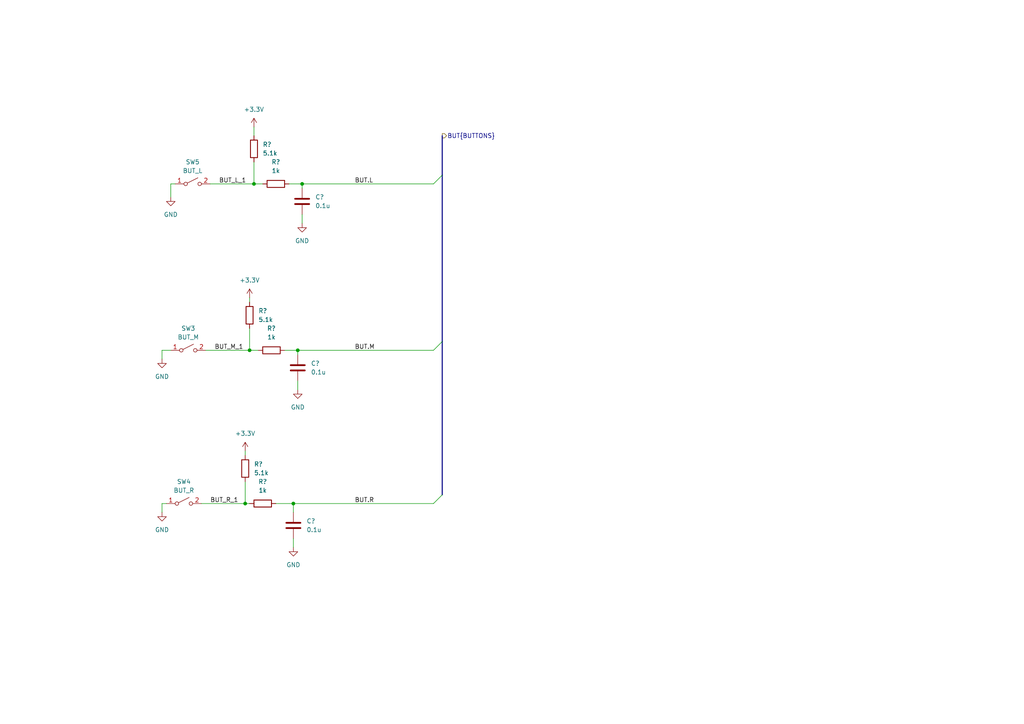
<source format=kicad_sch>
(kicad_sch (version 20250114) (generator "eeschema") (generator_version "9.0")
  (paper "A4")
  (lib_symbols
    (symbol "Device:C" (pin_numbers (hide yes)) (pin_names (offset 0.254))
      (property "Reference" "C" (at 0.635 2.54 0))
      (property "Value" "C" (at 0.635 -2.54 0))
      (symbol "C_0_1"
        (polyline (pts (xy -2.032 0.762) (xy 2.032 0.762)) (stroke (width 0.508)))
        (polyline (pts (xy -2.032 -0.762) (xy 2.032 -0.762)) (stroke (width 0.508)))
      )
      (symbol "C_1_1"
        (pin passive line (at 0 3.81 270) (length 2.794) (name "~") (number "1"))
        (pin passive line (at 0 -3.81 90) (length 2.794) (name "~") (number "2"))
      )
    )
    (symbol "Device:R" (pin_numbers (hide yes)) (pin_names (offset 0))
      (property "Reference" "R" (at 2.032 0 90))
      (property "Value" "R" (at 0 0 90))
      (symbol "R_0_1"
        (rectangle (start -1.016 -2.54) (end 1.016 2.54) (stroke (width 0.254)))
      )
      (symbol "R_1_1"
        (pin passive line (at 0 3.81 270) (length 1.27) (name "~") (number "1"))
        (pin passive line (at 0 -3.81 90) (length 1.27) (name "~") (number "2"))
      )
    )
    (symbol "Switch:SW_SPST" (pin_names (offset 0) (hide yes))
      (property "Reference" "SW" (at 0 3.175 0))
      (property "Value" "SW_SPST" (at 0 -2.54 0))
      (symbol "SW_SPST_0_0"
        (circle (center -2.032 0) (radius 0.508))
        (polyline (pts (xy -1.524 0.254) (xy 1.524 1.778)))
        (circle (center 2.032 0) (radius 0.508))
      )
      (symbol "SW_SPST_1_1"
        (pin passive line (at -5.08 0 0) (length 2.54) (name "A") (number "1"))
        (pin passive line (at 5.08 0 180) (length 2.54) (name "B") (number "2"))
      )
    )
    (symbol "power:+3.3V" (power) (pin_names (offset 0))
      (property "Value" "+3.3V" (at 0 3.556 0))
      (symbol "+3.3V_0_1"
        (polyline (pts (xy -0.762 1.27) (xy 0 2.54)))
        (polyline (pts (xy 0 2.54) (xy 0.762 1.27)))
        (polyline (pts (xy 0 0) (xy 0 2.54)))
      )
      (symbol "+3.3V_1_1"
        (pin power_in line (at 0 0 90) (length 0) (hide yes) (name "+3.3V") (number "1"))
      )
    )
    (symbol "power:GND" (power) (pin_names (offset 0))
      (property "Value" "GND" (at 0 -3.81 0))
      (symbol "GND_0_1"
        (polyline (pts (xy 0 0) (xy 0 -1.27) (xy 1.27 -1.27) (xy 0 -2.54) (xy -1.27 -1.27) (xy 0 -1.27)))
      )
      (symbol "GND_1_1"
        (pin power_in line (at 0 0 270) (length 0) (hide yes) (name "GND") (number "1"))
      )
    )
  )
  (junction (at 72.39 101.6))
  (junction (at 85.09 146.05))
  (junction (at 87.63 53.34))
  (junction (at 86.36 101.6))
  (junction (at 73.66 53.34))
  (junction (at 71.12 146.05))
  (bus_entry (at 125.73 101.6) (size 2.54 -2.54))
  (bus_entry (at 125.73 146.05) (size 2.54 -2.54))
  (bus_entry (at 125.73 53.34) (size 2.54 -2.54))
  (wire (pts (xy 46.99 146.05) (xy 46.99 148.59)))
  (wire (pts (xy 73.66 46.99) (xy 73.66 53.34)))
  (wire (pts (xy 82.55 101.6) (xy 86.36 101.6)))
  (wire (pts (xy 87.63 62.23) (xy 87.63 64.77)))
  (wire (pts (xy 46.99 146.05) (xy 48.26 146.05)))
  (wire (pts (xy 86.36 110.49) (xy 86.36 113.03)))
  (wire (pts (xy 72.39 95.25) (xy 72.39 101.6)))
  (wire (pts (xy 86.36 101.6) (xy 86.36 102.87)))
  (wire (pts (xy 60.96 53.34) (xy 73.66 53.34)))
  (wire (pts (xy 85.09 146.05) (xy 80.01 146.05)))
  (wire (pts (xy 58.42 146.05) (xy 71.12 146.05)))
  (wire (pts (xy 49.53 53.34) (xy 49.53 57.15)))
  (wire (pts (xy 72.39 101.6) (xy 74.93 101.6)))
  (wire (pts (xy 85.09 146.05) (xy 85.09 148.59)))
  (wire (pts (xy 85.09 146.05) (xy 125.73 146.05)))
  (wire (pts (xy 73.66 36.83) (xy 73.66 39.37)))
  (wire (pts (xy 72.39 86.36) (xy 72.39 87.63)))
  (wire (pts (xy 46.99 101.6) (xy 46.99 104.14)))
  (wire (pts (xy 73.66 53.34) (xy 76.2 53.34)))
  (bus (pts (xy 128.27 39.37) (xy 128.27 50.8)))
  (wire (pts (xy 86.36 101.6) (xy 125.73 101.6)))
  (bus (pts (xy 128.27 99.06) (xy 128.27 143.51)))
  (wire (pts (xy 71.12 146.05) (xy 72.39 146.05)))
  (bus (pts (xy 128.27 50.8) (xy 128.27 99.06)))
  (wire (pts (xy 87.63 53.34) (xy 125.73 53.34)))
  (wire (pts (xy 83.82 53.34) (xy 87.63 53.34)))
  (wire (pts (xy 85.09 156.21) (xy 85.09 158.75)))
  (wire (pts (xy 49.53 53.34) (xy 50.8 53.34)))
  (wire (pts (xy 71.12 130.81) (xy 71.12 132.08)))
  (wire (pts (xy 87.63 53.34) (xy 87.63 54.61)))
  (wire (pts (xy 59.69 101.6) (xy 72.39 101.6)))
  (wire (pts (xy 71.12 139.7) (xy 71.12 146.05)))
  (wire (pts (xy 46.99 101.6) (xy 49.53 101.6)))
  (label "BUT.M" (at 102.87 101.6 0))
  (label "BUT_M_1" (at 62.23 101.6 0))
  (label "BUT_R_1" (at 60.96 146.05 0))
  (label "BUT.R" (at 102.87 146.05 0))
  (label "BUT.L" (at 102.87 53.34 0))
  (label "BUT_L_1" (at 63.5 53.34 0))
  (hierarchical_label "BUT{BUTTONS}" (shape output) (at 128.27 39.37 0))
  (symbol (lib_id "Device:R") (at 72.39 91.44 180) (unit 1)
    (property "Reference" "R?" (at 74.93 90.1699 0) (effects (justify right)))
    (property "Value" "5.1k" (at 74.93 92.7099 0) (effects (justify right)))
    (property "Footprint" "Resistor_SMD:R_0402_1005Metric" (effects (hide yes)))
    (property "Description" "Resistor" (effects (hide yes)))
  )
  (symbol (lib_id "Switch:SW_SPST") (at 54.61 101.6 0) (unit 1)
    (property "Reference" "SW3" (at 54.61 95.25 0))
    (property "Value" "BUT_M" (at 54.61 97.79 0))
    (property "Footprint" "picowalker:Button_membrane_4.2mm" (effects (hide yes)))
    (property "Description" "Single Pole Single Throw (SPST) switch" (effects (hide yes)))
  )
  (symbol (lib_id "power:GND") (at 85.09 158.75 0) (unit 1)
    (property "Reference" "#PWR?" (effects (hide yes)))
    (property "Value" "GND" (at 85.09 163.83 0))
  )
  (symbol (lib_id "Device:C") (at 86.36 106.68 0) (unit 1)
    (property "Reference" "C?" (at 90.17 105.4099 0) (effects (justify left)))
    (property "Value" "0.1u" (at 90.17 107.9499 0) (effects (justify left)))
    (property "Footprint" "Capacitor_SMD:C_0402_1005Metric" (effects (hide yes)))
    (property "Description" "Unpolarized capacitor" (effects (hide yes)))
  )
  (symbol (lib_id "Switch:SW_SPST") (at 53.34 146.05 0) (unit 1)
    (property "Reference" "SW4" (at 53.34 139.7 0))
    (property "Value" "BUT_R" (at 53.34 142.24 0))
    (property "Footprint" "picowalker:Button_membrane_4.2mm" (effects (hide yes)))
    (property "Description" "Single Pole Single Throw (SPST) switch" (effects (hide yes)))
  )
  (symbol (lib_id "Device:R") (at 71.12 135.89 180) (unit 1)
    (property "Reference" "R?" (at 73.66 134.6199 0) (effects (justify right)))
    (property "Value" "5.1k" (at 73.66 137.1599 0) (effects (justify right)))
    (property "Footprint" "Resistor_SMD:R_0402_1005Metric" (effects (hide yes)))
    (property "Description" "Resistor" (effects (hide yes)))
  )
  (symbol (lib_id "Device:C") (at 87.63 58.42 0) (unit 1)
    (property "Reference" "C?" (at 91.44 57.1499 0) (effects (justify left)))
    (property "Value" "0.1u" (at 91.44 59.6899 0) (effects (justify left)))
    (property "Footprint" "Capacitor_SMD:C_0402_1005Metric" (effects (hide yes)))
    (property "Description" "Unpolarized capacitor" (effects (hide yes)))
  )
  (symbol (lib_id "power:GND") (at 46.99 148.59 0) (unit 1)
    (property "Reference" "#PWR03" (effects (hide yes)))
    (property "Value" "GND" (at 46.99 153.67 0))
  )
  (symbol (lib_id "Switch:SW_SPST") (at 55.88 53.34 0) (unit 1)
    (property "Reference" "SW5" (at 55.88 46.99 0))
    (property "Value" "BUT_L" (at 55.88 49.53 0))
    (property "Footprint" "picowalker:Button_membrane_4.2mm" (effects (hide yes)))
    (property "Description" "Single Pole Single Throw (SPST) switch" (effects (hide yes)))
  )
  (symbol (lib_id "Device:R") (at 76.2 146.05 270) (unit 1)
    (property "Reference" "R?" (at 76.2 139.7 90))
    (property "Value" "1k" (at 76.2 142.24 90))
    (property "Footprint" "Resistor_SMD:R_0402_1005Metric" (effects (hide yes)))
    (property "Description" "Resistor" (effects (hide yes)))
  )
  (symbol (lib_id "Device:R") (at 78.74 101.6 270) (unit 1)
    (property "Reference" "R?" (at 78.74 95.25 90))
    (property "Value" "1k" (at 78.74 97.79 90))
    (property "Footprint" "Resistor_SMD:R_0402_1005Metric" (effects (hide yes)))
    (property "Description" "Resistor" (effects (hide yes)))
  )
  (symbol (lib_id "power:GND") (at 49.53 57.15 0) (unit 1)
    (property "Reference" "#PWR030" (effects (hide yes)))
    (property "Value" "GND" (at 49.53 62.23 0))
  )
  (symbol (lib_id "power:+3.3V") (at 71.12 130.81 0) (mirror y) (unit 1)
    (property "Reference" "#PWR?" (effects (hide yes)))
    (property "Value" "+3.3V" (at 71.12 125.73 0))
  )
  (symbol (lib_id "power:GND") (at 46.99 104.14 0) (unit 1)
    (property "Reference" "#PWR02" (effects (hide yes)))
    (property "Value" "GND" (at 46.99 109.22 0))
  )
  (symbol (lib_id "Device:C") (at 85.09 152.4 0) (unit 1)
    (property "Reference" "C?" (at 88.9 151.1299 0) (effects (justify left)))
    (property "Value" "0.1u" (at 88.9 153.6699 0) (effects (justify left)))
    (property "Footprint" "Capacitor_SMD:C_0402_1005Metric" (effects (hide yes)))
    (property "Description" "Unpolarized capacitor" (effects (hide yes)))
  )
  (symbol (lib_id "power:GND") (at 87.63 64.77 0) (unit 1)
    (property "Reference" "#PWR?" (effects (hide yes)))
    (property "Value" "GND" (at 87.63 69.85 0))
  )
  (symbol (lib_id "power:+3.3V") (at 72.39 86.36 0) (mirror y) (unit 1)
    (property "Reference" "#PWR?" (effects (hide yes)))
    (property "Value" "+3.3V" (at 72.39 81.28 0))
  )
  (symbol (lib_id "Device:R") (at 73.66 43.18 180) (unit 1)
    (property "Reference" "R?" (at 76.2 41.9099 0) (effects (justify right)))
    (property "Value" "5.1k" (at 76.2 44.4499 0) (effects (justify right)))
    (property "Footprint" "Resistor_SMD:R_0402_1005Metric" (effects (hide yes)))
    (property "Description" "Resistor" (effects (hide yes)))
  )
  (symbol (lib_id "power:GND") (at 86.36 113.03 0) (unit 1)
    (property "Reference" "#PWR?" (effects (hide yes)))
    (property "Value" "GND" (at 86.36 118.11 0))
  )
  (symbol (lib_id "power:+3.3V") (at 73.66 36.83 0) (mirror y) (unit 1)
    (property "Reference" "#PWR?" (effects (hide yes)))
    (property "Value" "+3.3V" (at 73.66 31.75 0))
  )
  (symbol (lib_id "Device:R") (at 80.01 53.34 270) (unit 1)
    (property "Reference" "R?" (at 80.01 46.99 90))
    (property "Value" "1k" (at 80.01 49.53 90))
    (property "Footprint" "Resistor_SMD:R_0402_1005Metric" (effects (hide yes)))
    (property "Description" "Resistor" (effects (hide yes)))
  )
)
</source>
